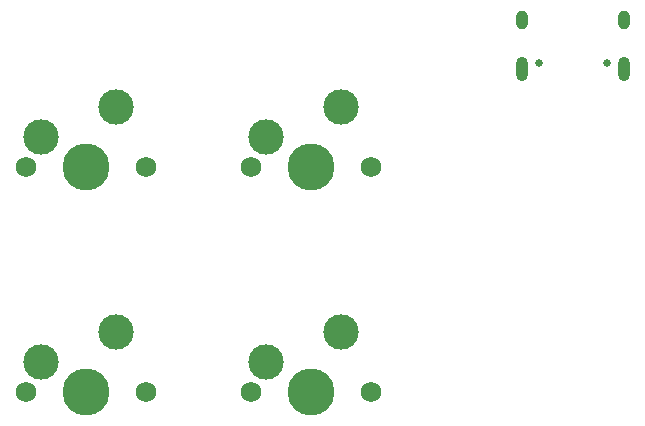
<source format=gts>
%TF.GenerationSoftware,KiCad,Pcbnew,(5.1.10-1-10_14)*%
%TF.CreationDate,2021-05-18T16:18:39+02:00*%
%TF.ProjectId,dirac_delta,64697261-635f-4646-956c-74612e6b6963,rev?*%
%TF.SameCoordinates,Original*%
%TF.FileFunction,Soldermask,Top*%
%TF.FilePolarity,Negative*%
%FSLAX46Y46*%
G04 Gerber Fmt 4.6, Leading zero omitted, Abs format (unit mm)*
G04 Created by KiCad (PCBNEW (5.1.10-1-10_14)) date 2021-05-18 16:18:39*
%MOMM*%
%LPD*%
G01*
G04 APERTURE LIST*
%ADD10C,1.750000*%
%ADD11C,3.000000*%
%ADD12C,3.987800*%
%ADD13C,0.650000*%
%ADD14O,1.000000X2.100000*%
%ADD15O,1.000000X1.600000*%
G04 APERTURE END LIST*
D10*
%TO.C,MX4*%
X57467500Y-51593750D03*
X47307500Y-51593750D03*
D11*
X48577500Y-49053750D03*
D12*
X52387500Y-51593750D03*
D11*
X54927500Y-46513750D03*
%TD*%
D10*
%TO.C,MX3*%
X57467500Y-32543750D03*
X47307500Y-32543750D03*
D11*
X48577500Y-30003750D03*
D12*
X52387500Y-32543750D03*
D11*
X54927500Y-27463750D03*
%TD*%
D10*
%TO.C,MX2*%
X38417500Y-51593750D03*
X28257500Y-51593750D03*
D11*
X29527500Y-49053750D03*
D12*
X33337500Y-51593750D03*
D11*
X35877500Y-46513750D03*
%TD*%
D10*
%TO.C,MX1*%
X38417500Y-32543750D03*
X28257500Y-32543750D03*
D11*
X29527500Y-30003750D03*
D12*
X33337500Y-32543750D03*
D11*
X35877500Y-27463750D03*
%TD*%
D13*
%TO.C,USB1*%
X77502500Y-23712500D03*
X71722500Y-23712500D03*
D14*
X70292500Y-24242500D03*
X78932500Y-24242500D03*
D15*
X70292500Y-20062500D03*
X78932500Y-20062500D03*
%TD*%
M02*

</source>
